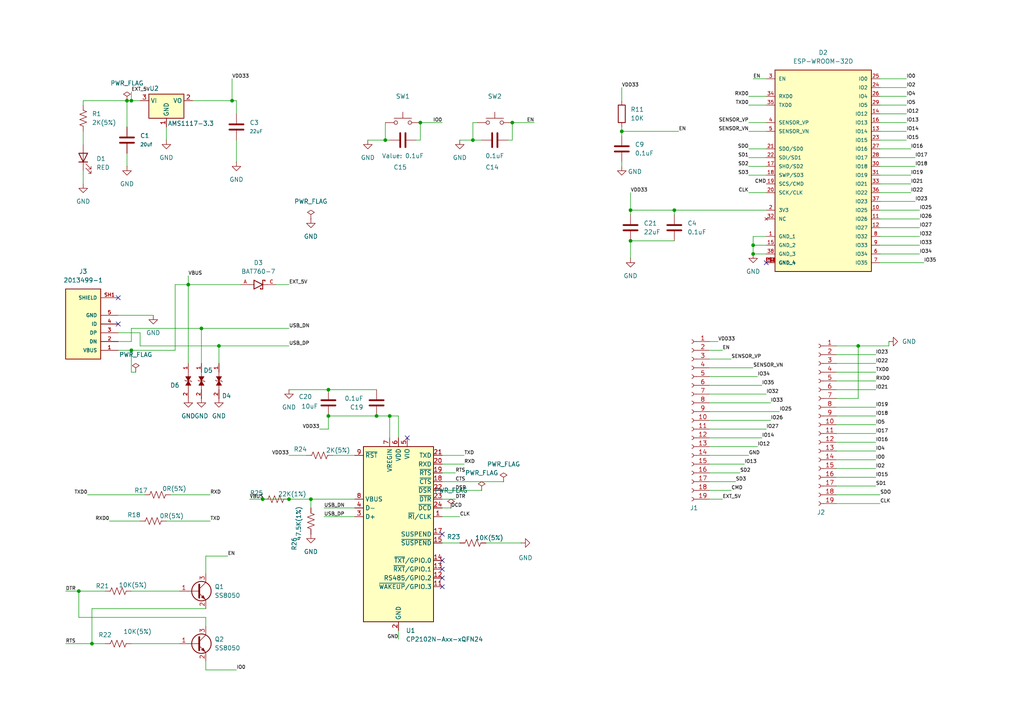
<source format=kicad_sch>
(kicad_sch (version 20250114) (generator "eeschema") (generator_version "9.0")
  (paper "A4")
  (title_block (title "ESP32") (date "2025-10-22"))
  (lib_symbols
    (symbol "2013499-1:2013499-1" (pin_names (offset 1.016))
      (property "Reference" "J" (at -5.0918 10.922 0))
      (property "Value" "2013499-1" (at -5.0834 -12.7045 0))
      (symbol "2013499-1_0_0"
        (pin power_in line (at -10.16 7.62 0) (length 5.08) (name "VBUS") (number "1"))
        (pin bidirectional line (at -10.16 5.08 0) (length 5.08) (name "DN") (number "2"))
        (pin bidirectional line (at -10.16 2.54 0) (length 5.08) (name "DP") (number "3"))
        (pin bidirectional line (at -10.16 0 0) (length 5.08) (name "ID") (number "4"))
        (pin power_in line (at -10.16 -2.54 0) (length 5.08) (name "GND") (number "5"))
        (pin passive line (at -10.16 -7.62 0) (length 5.08) (name "SHIELD") (number "SH1"))
        (pin passive line (at -10.16 -7.62 0) (length 5.08) (hide yes) (name "SHIELD") (number "SH2"))
        (pin passive line (at -10.16 -7.62 0) (length 5.08) (hide yes) (name "SHIELD") (number "SH3"))
        (pin passive line (at -10.16 -7.62 0) (length 5.08) (hide yes) (name "SHIELD") (number "SH4"))
        (pin passive line (at -10.16 -7.62 0) (length 5.08) (hide yes) (name "SHIELD") (number "SH5"))
        (pin passive line (at -10.16 -7.62 0) (length 5.08) (hide yes) (name "SHIELD") (number "SH6"))
      )
    )
    (symbol "BAT760-7:BAT760-7" (pin_names (offset 1.016))
      (property "Reference" "D" (at -5.08 2.54 0))
      (property "Value" "BAT760-7" (at -5.08 -3.81 0))
      (symbol "BAT760-7_0_0"
        (pin passive line (at -5.08 0 0) (length 2.54) (name "~") (number "A"))
        (pin passive line (at 5.08 0 180) (length 2.54) (name "~") (number "C"))
      )
    )
    (symbol "Connector:Conn_01x19_Socket" (pin_names (offset 1.016) (hide yes))
      (property "Reference" "J" (at 0 25.4 0))
      (property "Value" "Conn_01x19_Socket" (at 0 -25.4 0))
      (symbol "Conn_01x19_Socket_1_1"
        (pin passive line (at -5.08 22.86 0) (length 3.81) (name "Pin_1") (number "1"))
        (pin passive line (at -5.08 20.32 0) (length 3.81) (name "Pin_2") (number "2"))
        (pin passive line (at -5.08 17.78 0) (length 3.81) (name "Pin_3") (number "3"))
        (pin passive line (at -5.08 15.24 0) (length 3.81) (name "Pin_4") (number "4"))
        (pin passive line (at -5.08 12.7 0) (length 3.81) (name "Pin_5") (number "5"))
        (pin passive line (at -5.08 10.16 0) (length 3.81) (name "Pin_6") (number "6"))
        (pin passive line (at -5.08 7.62 0) (length 3.81) (name "Pin_7") (number "7"))
        (pin passive line (at -5.08 5.08 0) (length 3.81) (name "Pin_8") (number "8"))
        (pin passive line (at -5.08 2.54 0) (length 3.81) (name "Pin_9") (number "9"))
        (pin passive line (at -5.08 0 0) (length 3.81) (name "Pin_10") (number "10"))
        (pin passive line (at -5.08 -2.54 0) (length 3.81) (name "Pin_11") (number "11"))
        (pin passive line (at -5.08 -5.08 0) (length 3.81) (name "Pin_12") (number "12"))
        (pin passive line (at -5.08 -7.62 0) (length 3.81) (name "Pin_13") (number "13"))
        (pin passive line (at -5.08 -10.16 0) (length 3.81) (name "Pin_14") (number "14"))
        (pin passive line (at -5.08 -12.7 0) (length 3.81) (name "Pin_15") (number "15"))
        (pin passive line (at -5.08 -15.24 0) (length 3.81) (name "Pin_16") (number "16"))
        (pin passive line (at -5.08 -17.78 0) (length 3.81) (name "Pin_17") (number "17"))
        (pin passive line (at -5.08 -20.32 0) (length 3.81) (name "Pin_18") (number "18"))
        (pin passive line (at -5.08 -22.86 0) (length 3.81) (name "Pin_19") (number "19"))
      )
    )
    (symbol "Device:C" (pin_numbers (hide yes)) (pin_names (offset 0.254))
      (property "Reference" "C" (at 0.635 2.54 0))
      (property "Value" "C" (at 0.635 -2.54 0))
      (symbol "C_1_1"
        (pin passive line (at 0 3.81 270) (length 2.794) (name "~") (number "1"))
        (pin passive line (at 0 -3.81 90) (length 2.794) (name "~") (number "2"))
      )
    )
    (symbol "Device:LED" (pin_numbers (hide yes)) (pin_names (offset 1.016) (hide yes))
      (property "Reference" "D" (at 0 2.54 0))
      (property "Value" "LED" (at 0 -2.54 0))
      (symbol "LED_1_1"
        (pin passive line (at -3.81 0 0) (length 2.54) (name "K") (number "1"))
        (pin passive line (at 3.81 0 180) (length 2.54) (name "A") (number "2"))
      )
    )
    (symbol "Device:R" (pin_numbers (hide yes)) (pin_names (offset 0))
      (property "Reference" "R" (at 2.032 0 90))
      (property "Value" "R" (at 0 0 90))
      (symbol "R_1_1"
        (pin passive line (at 0 3.81 270) (length 1.27) (name "~") (number "1"))
        (pin passive line (at 0 -3.81 90) (length 1.27) (name "~") (number "2"))
      )
    )
    (symbol "Device:R_US" (pin_numbers (hide yes)) (pin_names (offset 0))
      (property "Reference" "R" (at 2.54 0 90))
      (property "Value" "R_US" (at -2.54 0 90))
      (symbol "R_US_1_1"
        (pin passive line (at 0 3.81 270) (length 1.27) (name "~") (number "1"))
        (pin passive line (at 0 -3.81 90) (length 1.27) (name "~") (number "2"))
      )
    )
    (symbol "ESP-WROOM-32D:ESP-WROOM-32D" (pin_names (offset 1.016))
      (property "Reference" "IC" (at -15.24 34.29 0))
      (property "Value" "ESP-WROOM-32D" (at -15.24 -26.924 0))
      (symbol "ESP-WROOM-32D_0_0"
        (pin bidirectional line (at -17.78 30.48 0) (length 2.54) (name "EN") (number "3"))
        (pin bidirectional line (at -17.78 25.4 0) (length 2.54) (name "RXD0") (number "34"))
        (pin bidirectional line (at -17.78 22.86 0) (length 2.54) (name "TXD0") (number "35"))
        (pin bidirectional line (at -17.78 17.78 0) (length 2.54) (name "SENSOR_VP") (number "4"))
        (pin bidirectional line (at -17.78 15.24 0) (length 2.54) (name "SENSOR_VN") (number "5"))
        (pin bidirectional line (at -17.78 10.16 0) (length 2.54) (name "SDO/SD0") (number "21"))
        (pin bidirectional line (at -17.78 7.62 0) (length 2.54) (name "SDI/SD1") (number "22"))
        (pin bidirectional line (at -17.78 5.08 0) (length 2.54) (name "SHD/SD2") (number "17"))
        (pin bidirectional line (at -17.78 2.54 0) (length 2.54) (name "SWP/SD3") (number "18"))
        (pin bidirectional line (at -17.78 0 0) (length 2.54) (name "SCS/CMD") (number "19"))
        (pin bidirectional line (at -17.78 -2.54 0) (length 2.54) (name "SCK/CLK") (number "20"))
        (pin bidirectional line (at -17.78 -7.62 0) (length 2.54) (name "3V3") (number "2"))
        (pin no_connect line (at -17.78 -10.16 0) (length 2.54) (name "NC") (number "32"))
        (pin bidirectional line (at -17.78 -15.24 0) (length 2.54) (name "GND_1") (number "1"))
        (pin bidirectional line (at -17.78 -17.78 0) (length 2.54) (name "GND_2") (number "15"))
        (pin bidirectional line (at -17.78 -20.32 0) (length 2.54) (name "GND_3") (number "38"))
        (pin bidirectional line (at -17.78 -22.86 0) (length 2.54) (name "GND_4") (number "39"))
        (pin bidirectional line (at -17.78 -22.86 0) (length 2.54) (name "GND_4") (number "P$1"))
        (pin bidirectional line (at -17.78 -22.86 0) (length 2.54) (name "GND_4") (number "P$2"))
        (pin bidirectional line (at -17.78 -22.86 0) (length 2.54) (name "GND_4") (number "P$3"))
        (pin bidirectional line (at -17.78 -22.86 0) (length 2.54) (name "GND_4") (number "P$4"))
        (pin bidirectional line (at -17.78 -22.86 0) (length 2.54) (name "GND_4") (number "P$5"))
        (pin bidirectional line (at 15.24 30.48 180) (length 2.54) (name "IO0") (number "25"))
        (pin bidirectional line (at 15.24 27.94 180) (length 2.54) (name "IO2") (number "24"))
        (pin bidirectional line (at 15.24 25.4 180) (length 2.54) (name "IO4") (number "26"))
        (pin bidirectional line (at 15.24 22.86 180) (length 2.54) (name "IO5") (number "29"))
        (pin bidirectional line (at 15.24 20.32 180) (length 2.54) (name "IO12") (number "14"))
        (pin bidirectional line (at 15.24 17.78 180) (length 2.54) (name "IO13") (number "16"))
        (pin bidirectional line (at 15.24 15.24 180) (length 2.54) (name "IO14") (number "13"))
        (pin bidirectional line (at 15.24 12.7 180) (length 2.54) (name "IO15") (number "23"))
        (pin bidirectional line (at 15.24 10.16 180) (length 2.54) (name "IO16") (number "27"))
        (pin bidirectional line (at 15.24 7.62 180) (length 2.54) (name "IO17") (number "28"))
        (pin bidirectional line (at 15.24 5.08 180) (length 2.54) (name "IO18") (number "30"))
        (pin bidirectional line (at 15.24 2.54 180) (length 2.54) (name "IO19") (number "31"))
        (pin bidirectional line (at 15.24 0 180) (length 2.54) (name "IO21") (number "33"))
        (pin bidirectional line (at 15.24 -2.54 180) (length 2.54) (name "IO22") (number "36"))
        (pin bidirectional line (at 15.24 -5.08 180) (length 2.54) (name "IO23") (number "37"))
        (pin bidirectional line (at 15.24 -7.62 180) (length 2.54) (name "IO25") (number "10"))
        (pin bidirectional line (at 15.24 -10.16 180) (length 2.54) (name "IO26") (number "11"))
        (pin bidirectional line (at 15.24 -12.7 180) (length 2.54) (name "IO27") (number "12"))
        (pin bidirectional line (at 15.24 -15.24 180) (length 2.54) (name "IO32") (number "8"))
        (pin bidirectional line (at 15.24 -17.78 180) (length 2.54) (name "IO33") (number "9"))
        (pin bidirectional line (at 15.24 -20.32 180) (length 2.54) (name "IO34") (number "6"))
        (pin bidirectional line (at 15.24 -22.86 180) (length 2.54) (name "IO35") (number "7"))
      )
    )
    (symbol "Interface_USB:CP2102N-Axx-xQFN24"
      (property "Reference" "U" (at -8.89 26.67 0))
      (property "Value" "CP2102N-Axx-xQFN24" (at 13.97 26.67 0))
      (symbol "CP2102N-Axx-xQFN24_1_1"
        (pin input line (at -12.7 22.86 0) (length 2.54) (name "~{RST}") (number "9"))
        (pin input line (at -12.7 10.16 0) (length 2.54) (name "VBUS") (number "8"))
        (pin bidirectional line (at -12.7 7.62 0) (length 2.54) (name "D-") (number "4"))
        (pin bidirectional line (at -12.7 5.08 0) (length 2.54) (name "D+") (number "3"))
        (pin no_connect line (at -10.16 -22.86 0) (length 2.54) (hide yes) (name "NC") (number "10"))
        (pin power_in line (at -2.54 27.94 270) (length 2.54) (name "VREGIN") (number "7"))
        (pin power_in line (at 0 27.94 270) (length 2.54) (name "VDD") (number "6"))
        (pin power_in line (at 0 -27.94 90) (length 2.54) (name "GND") (number "2"))
        (pin passive line (at 0 -27.94 90) (length 2.54) (hide yes) (name "GND") (number "25"))
        (pin power_in line (at 2.54 27.94 270) (length 2.54) (name "VIO") (number "5"))
        (pin no_connect line (at 10.16 -22.86 180) (length 2.54) (hide yes) (name "NC") (number "16"))
        (pin output line (at 12.7 22.86 180) (length 2.54) (name "TXD") (number "21"))
        (pin input line (at 12.7 20.32 180) (length 2.54) (name "RXD") (number "20"))
        (pin output line (at 12.7 17.78 180) (length 2.54) (name "~{RTS}") (number "19"))
        (pin input line (at 12.7 15.24 180) (length 2.54) (name "~{CTS}") (number "18"))
        (pin input line (at 12.7 12.7 180) (length 2.54) (name "~{DSR}") (number "22"))
        (pin output line (at 12.7 10.16 180) (length 2.54) (name "~{DTR}") (number "23"))
        (pin input line (at 12.7 7.62 180) (length 2.54) (name "~{DCD}") (number "24"))
        (pin bidirectional line (at 12.7 5.08 180) (length 2.54) (name "~{RI}/CLK") (number "1"))
        (pin output line (at 12.7 0 180) (length 2.54) (name "SUSPEND") (number "17"))
        (pin output line (at 12.7 -2.54 180) (length 2.54) (name "~{SUSPEND}") (number "15"))
        (pin bidirectional line (at 12.7 -7.62 180) (length 2.54) (name "~{TXT}/GPIO.0") (number "14"))
        (pin bidirectional line (at 12.7 -10.16 180) (length 2.54) (name "~{RXT}/GPIO.1") (number "13"))
        (pin bidirectional line (at 12.7 -12.7 180) (length 2.54) (name "RS485/GPIO.2") (number "12"))
        (pin bidirectional line (at 12.7 -15.24 180) (length 2.54) (name "~{WAKEUP}/GPIO.3") (number "11"))
      )
    )
    (symbol "LESD5D5.0CT1G:LESD5D5.0CT1G" (pin_names (offset 1.016))
      (property "Reference" "D" (at -5.08 2.54 0))
      (property "Value" "LESD5D5.0CT1G" (at -5.08 -5.08 0))
      (symbol "LESD5D5.0CT1G_0_0"
        (pin passive line (at -5.08 0 0) (length 2.54) (name "~") (number "1"))
        (pin passive line (at 5.08 0 180) (length 2.54) (name "~") (number "2"))
      )
    )
    (symbol "Regulator_Linear:AMS1117-3.3"
      (property "Reference" "U" (at -3.81 3.175 0))
      (property "Value" "AMS1117-3.3" (at 0 3.175 0))
      (symbol "AMS1117-3.3_1_1"
        (pin power_in line (at -7.62 0 0) (length 2.54) (name "VI") (number "3"))
        (pin power_in line (at 0 -7.62 90) (length 2.54) (name "GND") (number "1"))
        (pin power_out line (at 7.62 0 180) (length 2.54) (name "VO") (number "2"))
      )
    )
    (symbol "Switch:SW_Push" (pin_numbers (hide yes)) (pin_names (offset 1.016) (hide yes))
      (property "Reference" "SW" (at 1.27 2.54 0))
      (property "Value" "SW_Push" (at 0 -1.524 0))
      (symbol "SW_Push_0_1"
        (pin passive line (at -5.08 0 0) (length 2.54) (name "1") (number "1"))
        (pin passive line (at 5.08 0 180) (length 2.54) (name "2") (number "2"))
      )
    )
    (symbol "Transistor_BJT:SS8050" (pin_names (offset 0) (hide yes))
      (property "Reference" "Q" (at 5.08 1.905 0))
      (property "Value" "SS8050" (at 5.08 0 0))
      (symbol "SS8050_1_1"
        (pin input line (at -5.08 0 0) (length 2.54) (name "B") (number "1"))
        (pin passive line (at 2.54 5.08 270) (length 2.54) (name "C") (number "3"))
        (pin passive line (at 2.54 -5.08 90) (length 2.54) (name "E") (number "2"))
      )
    )
    (symbol "power:GND" (power) (pin_numbers (hide yes)) (pin_names (offset 0) (hide yes))
      (property "Value" "GND" (at 0 -3.81 0))
      (symbol "GND_1_1"
        (pin power_in line (at 0 0 270) (length 0) (name "~") (number "1"))
      )
    )
    (symbol "power:PWR_FLAG" (power) (pin_numbers (hide yes)) (pin_names (offset 0) (hide yes))
      (property "Value" "PWR_FLAG" (at 0 3.81 0))
      (symbol "PWR_FLAG_0_0"
        (pin power_out line (at 0 0 90) (length 0) (name "~") (number "1"))
      )
    )
  )
  (junction (at 121.92 35.56))
  (junction (at 195.58 60.96))
  (junction (at 95.25 120.65))
  (junction (at 54.61 82.55))
  (junction (at 38.1 101.6))
  (junction (at 218.44 73.66))
  (junction (at 76.2 144.78))
  (junction (at 90.17 144.78))
  (junction (at 111.76 40.64))
  (junction (at 218.44 71.12))
  (junction (at 113.03 120.65))
  (junction (at 38.1 29.21))
  (junction (at 36.83 29.21))
  (junction (at 63.5 100.33))
  (junction (at 109.22 120.65))
  (junction (at 180.34 38.1))
  (junction (at 148.59 35.56))
  (junction (at 182.88 69.85))
  (junction (at 182.88 60.96))
  (junction (at 95.25 113.03))
  (junction (at 22.86 171.45))
  (junction (at 137.16 40.64))
  (junction (at 26.67 186.69))
  (junction (at 83.82 144.78))
  (junction (at 67.31 29.21))
  (junction (at 248.92 100.33))
  (junction (at 58.42 95.25))
  (no_connect (at 128.27 165.1))
  (no_connect (at 128.27 162.56))
  (no_connect (at 128.27 154.94))
  (no_connect (at 128.27 167.64))
  (no_connect (at 118.11 127))
  (no_connect (at 34.29 86.36))
  (no_connect (at 128.27 170.18))
  (no_connect (at 222.25 76.2))
  (no_connect (at 34.29 93.98))
  (wire (pts (xy 242.57 138.43) (xy 254 138.43)))
  (wire (pts (xy 128.27 142.24) (xy 139.7 142.24)))
  (wire (pts (xy 40.64 100.33) (xy 63.5 100.33)))
  (wire (pts (xy 133.35 40.64) (xy 137.16 40.64)))
  (wire (pts (xy 128.27 157.48) (xy 133.35 157.48)))
  (wire (pts (xy 218.44 71.12) (xy 218.44 68.58)))
  (wire (pts (xy 59.69 176.53) (xy 26.67 176.53)))
  (wire (pts (xy 22.86 171.45) (xy 30.48 171.45)))
  (wire (pts (xy 36.83 36.83) (xy 36.83 29.21)))
  (wire (pts (xy 24.13 38.1) (xy 24.13 41.91)))
  (wire (pts (xy 182.88 55.88) (xy 182.88 60.96)))
  (wire (pts (xy 180.34 38.1) (xy 196.85 38.1)))
  (wire (pts (xy 115.57 127) (xy 115.57 120.65)))
  (wire (pts (xy 24.13 49.53) (xy 24.13 53.34)))
  (wire (pts (xy 205.74 106.68) (xy 218.44 106.68)))
  (wire (pts (xy 182.88 69.85) (xy 195.58 69.85)))
  (wire (pts (xy 26.67 176.53) (xy 26.67 186.69)))
  (wire (pts (xy 63.5 100.33) (xy 83.82 100.33)))
  (wire (pts (xy 222.25 73.66) (xy 218.44 73.66)))
  (wire (pts (xy 34.29 96.52) (xy 40.64 96.52)))
  (wire (pts (xy 182.88 69.85) (xy 182.88 74.93)))
  (wire (pts (xy 95.25 120.65) (xy 109.22 120.65)))
  (wire (pts (xy 50.8 82.55) (xy 54.61 82.55)))
  (wire (pts (xy 205.74 144.78) (xy 209.55 144.78)))
  (wire (pts (xy 19.05 171.45) (xy 22.86 171.45)))
  (wire (pts (xy 36.83 29.21) (xy 38.1 29.21)))
  (wire (pts (xy 205.74 137.16) (xy 214.63 137.16)))
  (wire (pts (xy 248.92 100.33) (xy 257.81 100.33)))
  (wire (pts (xy 255.27 66.04) (xy 266.7 66.04)))
  (wire (pts (xy 205.74 127) (xy 220.98 127)))
  (wire (pts (xy 121.92 35.56) (xy 121.92 40.64)))
  (wire (pts (xy 128.27 147.32) (xy 130.81 147.32)))
  (wire (pts (xy 111.76 40.64) (xy 113.03 40.64)))
  (wire (pts (xy 59.69 166.37) (xy 59.69 161.29)))
  (wire (pts (xy 217.17 50.8) (xy 222.25 50.8)))
  (wire (pts (xy 182.88 60.96) (xy 182.88 62.23)))
  (wire (pts (xy 36.83 44.45) (xy 36.83 48.26)))
  (wire (pts (xy 34.29 91.44) (xy 44.45 91.44)))
  (wire (pts (xy 255.27 35.56) (xy 262.89 35.56)))
  (wire (pts (xy 255.27 25.4) (xy 262.89 25.4)))
  (wire (pts (xy 19.05 186.69) (xy 26.67 186.69)))
  (wire (pts (xy 121.92 40.64) (xy 120.65 40.64)))
  (wire (pts (xy 242.57 143.51) (xy 255.27 143.51)))
  (wire (pts (xy 54.61 80.01) (xy 54.61 82.55)))
  (wire (pts (xy 242.57 128.27) (xy 254 128.27)))
  (wire (pts (xy 58.42 105.41) (xy 58.42 95.25)))
  (wire (pts (xy 148.59 35.56) (xy 154.94 35.56)))
  (wire (pts (xy 218.44 22.86) (xy 222.25 22.86)))
  (wire (pts (xy 242.57 105.41) (xy 254 105.41)))
  (wire (pts (xy 255.27 60.96) (xy 266.7 60.96)))
  (wire (pts (xy 113.03 120.65) (xy 109.22 120.65)))
  (wire (pts (xy 90.17 144.78) (xy 90.17 147.32)))
  (wire (pts (xy 151.13 157.48) (xy 140.97 157.48)))
  (wire (pts (xy 121.92 35.56) (xy 128.27 35.56)))
  (wire (pts (xy 242.57 135.89) (xy 254 135.89)))
  (wire (pts (xy 242.57 133.35) (xy 254 133.35)))
  (wire (pts (xy 63.5 100.33) (xy 63.5 105.41)))
  (wire (pts (xy 24.13 30.48) (xy 24.13 29.21)))
  (wire (pts (xy 31.75 151.13) (xy 40.64 151.13)))
  (wire (pts (xy 111.76 35.56) (xy 111.76 40.64)))
  (wire (pts (xy 255.27 48.26) (xy 265.43 48.26)))
  (wire (pts (xy 242.57 125.73) (xy 254 125.73)))
  (wire (pts (xy 248.92 100.33) (xy 248.92 115.57)))
  (wire (pts (xy 83.82 144.78) (xy 76.2 144.78)))
  (wire (pts (xy 195.58 60.96) (xy 195.58 62.23)))
  (wire (pts (xy 255.27 50.8) (xy 264.16 50.8)))
  (wire (pts (xy 205.74 119.38) (xy 226.06 119.38)))
  (wire (pts (xy 48.26 151.13) (xy 60.96 151.13)))
  (wire (pts (xy 255.27 27.94) (xy 262.89 27.94)))
  (wire (pts (xy 115.57 182.88) (xy 115.57 185.42)))
  (wire (pts (xy 59.69 181.61) (xy 59.69 179.07)))
  (wire (pts (xy 217.17 48.26) (xy 222.25 48.26)))
  (wire (pts (xy 128.27 132.08) (xy 134.62 132.08)))
  (wire (pts (xy 83.82 144.78) (xy 90.17 144.78)))
  (wire (pts (xy 68.58 29.21) (xy 68.58 33.02)))
  (wire (pts (xy 255.27 45.72) (xy 265.43 45.72)))
  (wire (pts (xy 255.27 22.86) (xy 262.89 22.86)))
  (wire (pts (xy 242.57 107.95) (xy 254 107.95)))
  (wire (pts (xy 54.61 82.55) (xy 54.61 105.41)))
  (wire (pts (xy 95.25 124.46) (xy 95.25 120.65)))
  (wire (pts (xy 137.16 35.56) (xy 138.43 35.56)))
  (wire (pts (xy 67.31 29.21) (xy 68.58 29.21)))
  (wire (pts (xy 54.61 82.55) (xy 69.85 82.55)))
  (wire (pts (xy 115.57 120.65) (xy 113.03 120.65)))
  (wire (pts (xy 242.57 100.33) (xy 248.92 100.33)))
  (wire (pts (xy 205.74 129.54) (xy 219.71 129.54)))
  (wire (pts (xy 58.42 95.25) (xy 83.82 95.25)))
  (wire (pts (xy 242.57 115.57) (xy 248.92 115.57)))
  (wire (pts (xy 205.74 111.76) (xy 220.98 111.76)))
  (wire (pts (xy 92.71 124.46) (xy 95.25 124.46)))
  (wire (pts (xy 25.4 143.51) (xy 41.91 143.51)))
  (wire (pts (xy 255.27 55.88) (xy 264.16 55.88)))
  (wire (pts (xy 49.53 143.51) (xy 60.96 143.51)))
  (wire (pts (xy 148.59 40.64) (xy 148.59 35.56)))
  (wire (pts (xy 137.16 40.64) (xy 137.16 35.56)))
  (wire (pts (xy 67.31 22.86) (xy 67.31 29.21)))
  (wire (pts (xy 148.59 40.64) (xy 147.32 40.64)))
  (wire (pts (xy 255.27 73.66) (xy 266.7 73.66)))
  (wire (pts (xy 205.74 124.46) (xy 222.25 124.46)))
  (wire (pts (xy 22.86 179.07) (xy 22.86 171.45)))
  (wire (pts (xy 83.82 113.03) (xy 95.25 113.03)))
  (wire (pts (xy 255.27 40.64) (xy 262.89 40.64)))
  (wire (pts (xy 180.34 36.83) (xy 180.34 38.1)))
  (wire (pts (xy 39.37 107.95) (xy 38.1 107.95)))
  (wire (pts (xy 38.1 107.95) (xy 38.1 101.6)))
  (wire (pts (xy 205.74 139.7) (xy 213.36 139.7)))
  (wire (pts (xy 59.69 179.07) (xy 22.86 179.07)))
  (wire (pts (xy 93.98 149.86) (xy 102.87 149.86)))
  (wire (pts (xy 128.27 144.78) (xy 132.08 144.78)))
  (wire (pts (xy 38.1 186.69) (xy 52.07 186.69)))
  (wire (pts (xy 205.74 109.22) (xy 219.71 109.22)))
  (wire (pts (xy 128.27 139.7) (xy 146.05 139.7)))
  (wire (pts (xy 217.17 45.72) (xy 222.25 45.72)))
  (wire (pts (xy 38.1 95.25) (xy 58.42 95.25)))
  (wire (pts (xy 218.44 68.58) (xy 222.25 68.58)))
  (wire (pts (xy 217.17 27.94) (xy 222.25 27.94)))
  (wire (pts (xy 38.1 171.45) (xy 52.07 171.45)))
  (wire (pts (xy 242.57 113.03) (xy 254 113.03)))
  (wire (pts (xy 38.1 99.06) (xy 38.1 95.25)))
  (wire (pts (xy 255.27 68.58) (xy 266.7 68.58)))
  (wire (pts (xy 205.74 142.24) (xy 212.09 142.24)))
  (wire (pts (xy 59.69 191.77) (xy 59.69 194.31)))
  (wire (pts (xy 34.29 101.6) (xy 38.1 101.6)))
  (wire (pts (xy 38.1 26.67) (xy 38.1 29.21)))
  (wire (pts (xy 217.17 43.18) (xy 222.25 43.18)))
  (wire (pts (xy 137.16 40.64) (xy 139.7 40.64)))
  (wire (pts (xy 255.27 53.34) (xy 264.16 53.34)))
  (wire (pts (xy 242.57 102.87) (xy 254 102.87)))
  (wire (pts (xy 217.17 30.48) (xy 222.25 30.48)))
  (wire (pts (xy 133.35 149.86) (xy 128.27 149.86)))
  (wire (pts (xy 83.82 132.08) (xy 88.9 132.08)))
  (wire (pts (xy 40.64 96.52) (xy 40.64 100.33)))
  (wire (pts (xy 242.57 123.19) (xy 254 123.19)))
  (wire (pts (xy 205.74 121.92) (xy 223.52 121.92)))
  (wire (pts (xy 242.57 146.05) (xy 255.27 146.05)))
  (wire (pts (xy 93.98 147.32) (xy 102.87 147.32)))
  (wire (pts (xy 242.57 130.81) (xy 254 130.81)))
  (wire (pts (xy 128.27 137.16) (xy 132.08 137.16)))
  (wire (pts (xy 195.58 60.96) (xy 222.25 60.96)))
  (wire (pts (xy 80.01 82.55) (xy 83.82 82.55)))
  (wire (pts (xy 106.68 40.64) (xy 111.76 40.64)))
  (wire (pts (xy 205.74 104.14) (xy 212.09 104.14)))
  (wire (pts (xy 217.17 35.56) (xy 222.25 35.56)))
  (wire (pts (xy 76.2 144.78) (xy 72.39 144.78)))
  (wire (pts (xy 180.34 38.1) (xy 180.34 39.37)))
  (wire (pts (xy 242.57 118.11) (xy 254 118.11)))
  (wire (pts (xy 26.67 186.69) (xy 30.48 186.69)))
  (wire (pts (xy 68.58 46.99) (xy 68.58 40.64)))
  (wire (pts (xy 34.29 99.06) (xy 38.1 99.06)))
  (wire (pts (xy 255.27 58.42) (xy 265.43 58.42)))
  (wire (pts (xy 50.8 101.6) (xy 50.8 82.55)))
  (wire (pts (xy 59.69 194.31) (xy 68.58 194.31)))
  (wire (pts (xy 218.44 73.66) (xy 218.44 71.12)))
  (wire (pts (xy 205.74 134.62) (xy 215.9 134.62)))
  (wire (pts (xy 113.03 120.65) (xy 113.03 127)))
  (wire (pts (xy 24.13 29.21) (xy 36.83 29.21)))
  (wire (pts (xy 217.17 38.1) (xy 222.25 38.1)))
  (wire (pts (xy 242.57 110.49) (xy 254 110.49)))
  (wire (pts (xy 255.27 63.5) (xy 266.7 63.5)))
  (wire (pts (xy 242.57 140.97) (xy 254 140.97)))
  (wire (pts (xy 255.27 43.18) (xy 264.16 43.18)))
  (wire (pts (xy 205.74 114.3) (xy 222.25 114.3)))
  (wire (pts (xy 242.57 120.65) (xy 254 120.65)))
  (wire (pts (xy 255.27 38.1) (xy 262.89 38.1)))
  (wire (pts (xy 96.52 132.08) (xy 102.87 132.08)))
  (wire (pts (xy 255.27 71.12) (xy 266.7 71.12)))
  (wire (pts (xy 222.25 71.12) (xy 218.44 71.12)))
  (wire (pts (xy 59.69 161.29) (xy 66.04 161.29)))
  (wire (pts (xy 255.27 33.02) (xy 262.89 33.02)))
  (wire (pts (xy 128.27 134.62) (xy 134.62 134.62)))
  (wire (pts (xy 38.1 101.6) (xy 50.8 101.6)))
  (wire (pts (xy 255.27 76.2) (xy 267.97 76.2)))
  (wire (pts (xy 255.27 30.48) (xy 262.89 30.48)))
  (wire (pts (xy 48.26 36.83) (xy 48.26 40.64)))
  (wire (pts (xy 257.81 100.33) (xy 257.81 99.06)))
  (wire (pts (xy 90.17 144.78) (xy 102.87 144.78)))
  (wire (pts (xy 205.74 99.06) (xy 208.28 99.06)))
  (wire (pts (xy 180.34 25.4) (xy 180.34 29.21)))
  (wire (pts (xy 55.88 29.21) (xy 67.31 29.21)))
  (wire (pts (xy 205.74 101.6) (xy 209.55 101.6)))
  (wire (pts (xy 217.17 55.88) (xy 222.25 55.88)))
  (wire (pts (xy 180.34 46.99) (xy 180.34 48.26)))
  (wire (pts (xy 38.1 29.21) (xy 40.64 29.21)))
  (wire (pts (xy 205.74 116.84) (xy 223.52 116.84)))
  (wire (pts (xy 182.88 60.96) (xy 195.58 60.96)))
  (wire (pts (xy 205.74 132.08) (xy 217.17 132.08)))
  (wire (pts (xy 95.25 113.03) (xy 109.22 113.03)))
  (label "IO18" (at 265.43 48.26 0) (effects (font (size 1 1))))
  (label "IO27" (at 222.25 124.46 0) (effects (font (size 1 1))))
  (label "CLK" (at 133.35 149.86 0) (effects (font (size 1 1))))
  (label "IO32" (at 266.7 68.58 0) (effects (font (size 1 1))))
  (label "CMD" (at 222.25 53.34 180) (effects (font (size 1 1))))
  (label "SENSOR_VP" (at 212.09 104.14 0) (effects (font (size 1 1))))
  (label "EN" (at 196.85 38.1 0) (effects (font (size 1 1))))
  (label "CLK" (at 217.17 55.88 180) (effects (font (size 1 1))))
  (label "VDD33" (at 92.71 124.46 180) (effects (font (size 1 1))))
  (label "VDD33" (at 180.34 25.4 0) (effects (font (size 1 1))))
  (label "IO33" (at 223.52 116.84 0) (effects (font (size 1 1))))
  (label "IO2" (at 262.89 25.4 0) (effects (font (size 1 1))))
  (label "IO13" (at 262.89 35.56 0) (effects (font (size 1 1))))
  (label "CLK" (at 255.27 146.05 0) (effects (font (size 1 1))))
  (label "RXD0" (at 217.17 27.94 180) (effects (font (size 1 1))))
  (label "IO35" (at 267.97 76.2 0) (effects (font (size 1 1))))
  (label "IO22" (at 264.16 55.88 0) (effects (font (size 1 1))))
  (label "DCD" (at 130.81 147.32 0) (effects (font (size 1 1))))
  (label "DSR" (at 132.08 142.24 0) (effects (font (size 1 1))))
  (label "IO22" (at 254 105.41 0) (effects (font (size 1 1))))
  (label "IO0" (at 68.58 194.31 0) (effects (font (size 1 1))))
  (label "EN" (at 66.04 161.29 0) (effects (font (size 1 1))))
  (label "EN" (at 218.44 22.86 0) (effects (font (size 1 1))))
  (label "RTS" (at 132.08 137.16 0) (effects (font (size 1 1))))
  (label "IO15" (at 254 138.43 0) (effects (font (size 1 1))))
  (label "IO0" (at 254 133.35 0) (effects (font (size 1 1))))
  (label "TXD0" (at 254 107.95 0) (effects (font (size 1 1))))
  (label "USB_DP" (at 93.98 149.86 0) (effects (font (size 1 1))))
  (label "IO17" (at 265.43 45.72 0) (effects (font (size 1 1))))
  (label "SD2" (at 217.17 48.26 180) (effects (font (size 1 1))))
  (label "TXD" (at 134.62 132.08 0) (effects (font (size 1 1))))
  (label "VDD33" (at 83.82 132.08 180) (effects (font (size 1 1))))
  (label "IO0" (at 128.27 35.56 180) (effects (font (size 1 1))))
  (label "DTR" (at 132.08 144.78 0) (effects (font (size 1 1))))
  (label "SENSOR_VN" (at 217.17 38.1 180) (effects (font (size 1 1))))
  (label "CTS" (at 132.08 139.7 0) (effects (font (size 1 1))))
  (label "SD1" (at 254 140.97 0) (effects (font (size 1 1))))
  (label "CMD" (at 212.09 142.24 0) (effects (font (size 1 1))))
  (label "EN" (at 209.55 101.6 0) (effects (font (size 1 1))))
  (label "IO12" (at 262.89 33.02 0) (effects (font (size 1 1))))
  (label "EXT_5V" (at 38.1 26.67 0) (effects (font (size 1 1))))
  (label "IO23" (at 254 102.87 0) (effects (font (size 1 1))))
  (label "IO26" (at 266.7 63.5 0) (effects (font (size 1 1))))
  (label "IO25" (at 266.7 60.96 0) (effects (font (size 1 1))))
  (label "VDD33" (at 182.88 55.88 0) (effects (font (size 1 1))))
  (label "IO27" (at 266.7 66.04 0) (effects (font (size 1 1))))
  (label "TXD" (at 60.96 151.13 0) (effects (font (size 1 1))))
  (label "IO26" (at 223.52 121.92 0) (effects (font (size 1 1))))
  (label "SD2" (at 214.63 137.16 0) (effects (font (size 1 1))))
  (label "IO12" (at 219.71 129.54 0) (effects (font (size 1 1))))
  (label "GND" (at 217.17 132.08 0) (effects (font (size 1 1))))
  (label "SD3" (at 217.17 50.8 180) (effects (font (size 1 1))))
  (label "DTR" (at 19.05 171.45 0) (effects (font (size 1 1))))
  (label "SDO" (at 217.17 43.18 180) (effects (font (size 1 1))))
  (label "IO2" (at 254 135.89 0) (effects (font (size 1 1))))
  (label "RTS" (at 19.05 186.69 0) (effects (font (size 1 1))))
  (label "IO14" (at 220.98 127 0) (effects (font (size 1 1))))
  (label "IO18" (at 254 120.65 0) (effects (font (size 1 1))))
  (label "USB_DP" (at 83.82 100.33 0) (effects (font (size 1 1))))
  (label "IO19" (at 264.16 50.8 0) (effects (font (size 1 1))))
  (label "SDO" (at 255.27 143.51 0) (effects (font (size 1 1))))
  (label "VBUS" (at 72.39 144.78 0) (effects (font (size 1 1))))
  (label "SD3" (at 213.36 139.7 0) (effects (font (size 1 1))))
  (label "TXD0" (at 25.4 143.51 180) (effects (font (size 1 1))))
  (label "GND" (at 115.57 185.42 180) (effects (font (size 1 1))))
  (label "EXT_5V" (at 209.55 144.78 0) (effects (font (size 1 1))))
  (label "RXD" (at 60.96 143.51 0) (effects (font (size 1 1))))
  (label "USB_DN" (at 93.98 147.32 0) (effects (font (size 1 1))))
  (label "VDD33" (at 67.31 22.86 0) (effects (font (size 1 1))))
  (label "IO17" (at 254 125.73 0) (effects (font (size 1 1))))
  (label "IO23" (at 265.43 58.42 0) (effects (font (size 1 1))))
  (label "IO0" (at 262.89 22.86 0) (effects (font (size 1 1))))
  (label "IO32" (at 222.25 114.3 0) (effects (font (size 1 1))))
  (label "TXD0" (at 217.17 30.48 180) (effects (font (size 1 1))))
  (label "IO33" (at 266.7 71.12 0) (effects (font (size 1 1))))
  (label "IO14" (at 262.89 38.1 0) (effects (font (size 1 1))))
  (label "IO5" (at 254 123.19 0) (effects (font (size 1 1))))
  (label "IO21" (at 254 113.03 0) (effects (font (size 1 1))))
  (label "IO15" (at 262.89 40.64 0) (effects (font (size 1 1))))
  (label "EN" (at 154.94 35.56 180) (effects (font (size 1 1))))
  (label "IO34" (at 219.71 109.22 0) (effects (font (size 1 1))))
  (label "SD1" (at 217.17 45.72 180) (effects (font (size 1 1))))
  (label "IO5" (at 262.89 30.48 0) (effects (font (size 1 1))))
  (label "RXD0" (at 254 110.49 0) (effects (font (size 1 1))))
  (label "VBUS" (at 54.61 80.01 0) (effects (font (size 1 1))))
  (label "IO35" (at 220.98 111.76 0) (effects (font (size 1 1))))
  (label "IO16" (at 254 128.27 0) (effects (font (size 1 1))))
  (label "USB_DN" (at 83.82 95.25 0) (effects (font (size 1 1))))
  (label "IO13" (at 215.9 134.62 0) (effects (font (size 1 1))))
  (label "IO25" (at 226.06 119.38 0) (effects (font (size 1 1))))
  (label "IO21" (at 264.16 53.34 0) (effects (font (size 1 1))))
  (label "VDD33" (at 208.28 99.06 0) (effects (font (size 1 1))))
  (label "EXT_5V" (at 83.82 82.55 0) (effects (font (size 1 1))))
  (label "IO19" (at 254 118.11 0) (effects (font (size 1 1))))
  (label "IO4" (at 262.89 27.94 0) (effects (font (size 1 1))))
  (label "IO16" (at 264.16 43.18 0) (effects (font (size 1 1))))
  (label "IO4" (at 254 130.81 0) (effects (font (size 1 1))))
  (label "RXD0" (at 31.75 151.13 180) (effects (font (size 1 1))))
  (label "IO34" (at 266.7 73.66 0) (effects (font (size 1 1))))
  (label "SENSOR_VP" (at 217.17 35.56 180) (effects (font (size 1 1))))
  (label "SENSOR_VN" (at 218.44 106.68 0) (effects (font (size 1 1))))
  (label "RXD" (at 134.62 134.62 0) (effects (font (size 1 1))))
  (symbol (lib_id "Device:R_US") (at 80.01 144.78 90) (unit 1)
    (property "Reference" "R25" (at 74.422 143.002 90))
    (property "Value" "22K(1%)" (at 88.891 143.2891 90) (effects (justify left)))
    (property "Footprint" "Resistor_SMD:R_01005_0402Metric" (effects (hide yes)))
    (property "Description" "Resistor, US symbol" (effects (hide yes)))
  )
  (symbol (lib_id "power:GND") (at 133.35 40.64 0) (unit 1)
    (property "Reference" "#PWR015" (effects (hide yes)))
    (property "Value" "GND" (at 133.35 45.72 0))
    (property "Description" "Power symbol creates a global label with name \"GND\" , ground" (effects (hide yes)))
  )
  (symbol (lib_id "Device:R_US") (at 34.29 186.69 90) (unit 1)
    (property "Reference" "R22" (at 30.48 184.15 90))
    (property "Value" "10K(5%)" (at 44.0214 183.1782 90) (effects (justify left)))
    (property "Footprint" "Resistor_SMD:R_01005_0402Metric" (effects (hide yes)))
    (property "Description" "Resistor, US symbol" (effects (hide yes)))
  )
  (symbol (lib_id "Connector:Conn_01x19_Socket") (at 237.49 123.19 0) (mirror y) (unit 1)
    (property "Reference" "J2" (at 238.125 148.59 0))
    (property "Footprint" "Connector_PinHeader_2.54mm:PinHeader_1x19_P2.54mm_Vertical" (effects (hide yes)))
    (property "Description" "Generic connector, single row, 01x19, script generated" (effects (hide yes)))
  )
  (symbol (lib_id "Transistor_BJT:SS8050") (at 57.15 171.45 0) (unit 1)
    (property "Reference" "Q1" (at 62.23 170.1799 0) (effects (justify left)))
    (property "Value" "SS8050" (at 62.23 172.7199 0) (effects (justify left)))
    (property "Footprint" "Package_TO_SOT_SMD:SOT-23" (effects (hide yes)))
    (property "Datasheet" "http://www.secosgmbh.com/datasheet/products/SSMPTransistor/SOT-23/SS8050.pdf" (effects (hide yes)))
    (property "Description" "General Purpose NPN Transistor, 1.5A Ic, 25V Vce, SOT-23" (effects (hide yes)))
  )
  (symbol (lib_id "BAT760-7:BAT760-7") (at 74.93 82.55 0) (unit 1)
    (property "Reference" "D3" (at 74.93 76.2 0))
    (property "Value" "BAT760-7" (at 74.93 78.74 0))
    (property "Footprint" "BAT760-7:SOD2513X120N" (effects (hide yes)))
    (property "MF" "Diodes Inc." (effects (hide yes)))
    (property "MAXIMUM_PACKAGE_HEIGHT" "1.20mm" (effects (hide yes)))
    (property "Package" "SOD-323 Diodes Inc." (effects (hide yes)))
    (property "Price" "None" (effects (hide yes)))
    (property "Check_prices" "https://www.snapeda.com/parts/BAT760-7/Diodes+Inc./view-part/?ref=eda" (effects (hide yes)))
    (property "STANDARD" "IPC-7351B" (effects (hide yes)))
    (property "PARTREV" "9-2" (effects (hide yes)))
    (property "SnapEDA_Link" "https://www.snapeda.com/parts/BAT760-7/Diodes+Inc./view-part/?ref=snap" (effects (hide yes)))
    (property "MP" "BAT760-7" (effects (hide yes)))
    (property "Description_1" "Diode Schottky 30V 1A 2Pin SOD323 | Diodes Inc BAT760-7" (effects (hide yes)))
    (property "Availability" "In Stock" (effects (hide yes)))
    (property "MANUFACTURER" "DIODES" (effects (hide yes)))
  )
  (symbol (lib_id "power:GND") (at 24.13 53.34 0) (unit 1)
    (property "Reference" "#PWR03" (effects (hide yes)))
    (property "Value" "GND" (at 24.13 58.42 0))
    (property "Description" "Power symbol creates a global label with name \"GND\" , ground" (effects (hide yes)))
  )
  (symbol (lib_id "power:GND") (at 180.34 48.26 0) (unit 1)
    (property "Reference" "#PWR06" (effects (hide yes)))
    (property "Value" "GND" (at 184.15 49.784 0))
    (property "Description" "Power symbol creates a global label with name \"GND\" , ground" (effects (hide yes)))
  )
  (symbol (lib_id "power:GND") (at 83.82 113.03 0) (unit 1)
    (property "Reference" "#PWR013" (effects (hide yes)))
    (property "Value" "GND" (at 83.82 118.11 0))
    (property "Description" "Power symbol creates a global label with name \"GND\" , ground" (effects (hide yes)))
  )
  (symbol (lib_id "power:GND") (at 36.83 48.26 0) (unit 1)
    (property "Reference" "#PWR02" (effects (hide yes)))
    (property "Value" "GND" (at 36.83 53.34 0))
    (property "Description" "Power symbol creates a global label with name \"GND\" , ground" (effects (hide yes)))
  )
  (symbol (lib_id "Device:C") (at 182.88 66.04 0) (unit 1)
    (property "Reference" "C21" (at 186.69 64.7699 0) (effects (justify left)))
    (property "Value" "22uF" (at 186.69 67.3099 0) (effects (justify left)))
    (property "Footprint" "Capacitor_SMD:C_0201_0603Metric" (effects (hide yes)))
    (property "Description" "Unpolarized capacitor" (effects (hide yes)))
  )
  (symbol (lib_id "Device:R_US") (at 24.13 34.29 0) (unit 1)
    (property "Reference" "R1" (at 26.67 33.0199 0) (effects (justify left)))
    (property "Value" "2K(5%)" (at 26.67 35.5599 0) (effects (justify left)))
    (property "Footprint" "Resistor_SMD:R_01005_0402Metric" (effects (hide yes)))
    (property "Description" "Resistor, US symbol" (effects (hide yes)))
  )
  (symbol (lib_id "Device:C") (at 95.25 116.84 180) (unit 1)
    (property "Reference" "C20" (at 86.614 115.062 0) (effects (justify right)))
    (property "Value" "10uF" (at 87.376 117.856 0) (effects (justify right)))
    (property "Footprint" "Capacitor_SMD:C_0201_0603Metric" (effects (hide yes)))
    (property "Description" "Unpolarized capacitor" (effects (hide yes)))
  )
  (symbol (lib_id "power:GND") (at 68.58 46.99 0) (unit 1)
    (property "Reference" "#PWR01" (effects (hide yes)))
    (property "Value" "GND" (at 68.58 52.07 0))
    (property "Description" "Power symbol creates a global label with name \"GND\" , ground" (effects (hide yes)))
  )
  (symbol (lib_id "Interface_USB:CP2102N-Axx-xQFN24") (at 115.57 154.94 0) (unit 1)
    (property "Reference" "U1" (at 117.7133 182.88 0) (effects (justify left)))
    (property "Value" "CP2102N-Axx-xQFN24" (at 117.7133 185.42 0) (effects (justify left)))
    (property "Footprint" "Package_DFN_QFN:QFN-24-1EP_4x4mm_P0.5mm_EP2.6x2.6mm" (effects (hide yes)))
    (property "Datasheet" "https://www.silabs.com/documents/public/data-sheets/cp2102n-datasheet.pdf" (effects (hide yes)))
    (property "Description" "USB to UART master bridge, QFN-24" (effects (hide yes)))
  )
  (symbol (lib_id "Device:C") (at 68.58 36.83 0) (unit 1)
    (property "Reference" "C3" (at 72.39 35.5599 0) (effects (justify left)))
    (property "Value" "22uF" (at 72.39 38.1 0) (effects (font (size 1 1)) (justify left)))
    (property "Footprint" "Capacitor_SMD:C_0201_0603Metric" (effects (hide yes)))
    (property "Description" "Unpolarized capacitor" (effects (hide yes)))
  )
  (symbol (lib_id "2013499-1:2013499-1") (at 24.13 93.98 180) (unit 1)
    (property "Reference" "J3" (at 24.13 78.74 0))
    (property "Value" "2013499-1" (at 24.13 81.28 0))
    (property "Footprint" "Connector_USB:USB_Micro-B_Molex_47346-0001" (effects (hide yes)))
    (property "Check_prices" "https://www.snapeda.com/parts/2013499-1/TE+Connectivity+AMP+Connectors/view-part/?ref=eda" (effects (hide yes)))
    (property "Package" "None" (effects (hide yes)))
    (property "STANDARD" "Manufacturer Recommendations" (effects (hide yes)))
    (property "PARTREV" "B5" (effects (hide yes)))
    (property "SnapEDA_Link" "https://www.snapeda.com/parts/2013499-1/TE+Connectivity+AMP+Connectors/view-part/?ref=snap" (effects (hide yes)))
    (property "Description_1" "MICRO USB, TYPE B" (effects (hide yes)))
    (property "Number_of_Positions" "5" (effects (hide yes)))
    (property "MANUFACTURER" "TE Connectivity" (effects (hide yes)))
    (property "Comment" "2013499-1" (effects (hide yes)))
    (property "MF" "TE Connectivity" (effects (hide yes)))
    (property "Product_Type" "Connector" (effects (hide yes)))
    (property "MAXIMUM_PACKAGE_HEIGHT" "3 mm" (effects (hide yes)))
    (property "Price" "None" (effects (hide yes)))
    (property "MP" "2013499-1" (effects (hide yes)))
    (property "Availability" "In Stock" (effects (hide yes)))
    (property "Centerline_Pitch" ".65 mm[.025 in]" (effects (hide yes)))
  )
  (symbol (lib_id "power:GND") (at 106.68 40.64 0) (unit 1)
    (property "Reference" "#PWR014" (effects (hide yes)))
    (property "Value" "GND" (at 106.68 45.72 0))
    (property "Description" "Power symbol creates a global label with name \"GND\" , ground" (effects (hide yes)))
  )
  (symbol (lib_id "Device:C") (at 109.22 116.84 180) (unit 1)
    (property "Reference" "C19" (at 105.41 118.1101 0) (effects (justify left)))
    (property "Value" "0.1uF" (at 105.41 115.5701 0) (effects (justify left)))
    (property "Footprint" "Capacitor_SMD:C_01005_0402Metric" (effects (hide yes)))
    (property "Description" "Unpolarized capacitor" (effects (hide yes)))
  )
  (symbol (lib_id "LESD5D5.0CT1G:LESD5D5.0CT1G") (at 63.5 110.49 270) (unit 1)
    (property "Reference" "D4" (at 67.056 114.808 90) (effects (justify right)))
    (property "Value" "LESD5D5.0CT1G" (effects (hide yes)))
    (property "Footprint" "LESD5D5.0CT1G:TVS_LESD5D5.0CT1G" (effects (hide yes)))
    (property "MF" "Leshan Radio Co." (effects (hide yes)))
    (property "MAXIMUM_PACKAGE_HEIGHT" "0.7 mm" (effects (hide yes)))
    (property "Package" "None" (effects (hide yes)))
    (property "Price" "None" (effects (hide yes)))
    (property "Check_prices" "https://www.snapeda.com/parts/LESD5D5.0CT1G/Leshan+Radio/view-part/?ref=eda" (effects (hide yes)))
    (property "STANDARD" "Manufacturer Recommendations" (effects (hide yes)))
    (property "PARTREV" "O" (effects (hide yes)))
    (property "SnapEDA_Link" "https://www.snapeda.com/parts/LESD5D5.0CT1G/Leshan+Radio/view-part/?ref=snap" (effects (hide yes)))
    (property "MP" "LESD5D5.0CT1G" (effects (hide yes)))
    (property "Description_1" "Transient Voltage Suppressors for ESD Protection" (effects (hide yes)))
    (property "Availability" "In Stock" (effects (hide yes)))
    (property "MANUFACTURER" "LRC" (effects (hide yes)))
  )
  (symbol (lib_id "Device:R_US") (at 45.72 143.51 90) (unit 1)
    (property "Reference" "R17" (at 40.894 142.24 90))
    (property "Value" "0R(5%)" (at 54.102 141.732 90) (effects (justify left)))
    (property "Footprint" "Resistor_SMD:R_01005_0402Metric" (effects (hide yes)))
    (property "Description" "Resistor, US symbol" (effects (hide yes)))
  )
  (symbol (lib_id "Device:C") (at 116.84 40.64 90) (unit 1)
    (property "Reference" "C15" (at 116.078 48.514 90))
    (property "Value" "0.1uF" (at 116.84 45.212 90) (show_name yes))
    (property "Footprint" "Capacitor_SMD:C_01005_0402Metric" (effects (hide yes)))
    (property "Description" "Unpolarized capacitor" (effects (hide yes)))
  )
  (symbol (lib_id "power:GND") (at 90.17 154.94 0) (unit 1)
    (property "Reference" "#PWR012" (effects (hide yes)))
    (property "Value" "GND" (at 90.17 160.02 0))
    (property "Description" "Power symbol creates a global label with name \"GND\" , ground" (effects (hide yes)))
  )
  (symbol (lib_id "Device:R_US") (at 44.45 151.13 90) (unit 1)
    (property "Reference" "R18" (at 38.862 149.352 90))
    (property "Value" "0R(5%)" (at 53.331 149.6391 90) (effects (justify left)))
    (property "Footprint" "Resistor_SMD:R_01005_0402Metric" (effects (hide yes)))
    (property "Description" "Resistor, US symbol" (effects (hide yes)))
  )
  (symbol (lib_id "power:PWR_FLAG") (at 130.81 147.32 0) (unit 1)
    (property "Reference" "#FLG06" (effects (hide yes)))
    (property "Value" "PWR_FLAG" (at 130.81 142.24 0))
    (property "Description" "Special symbol for telling ERC where power comes from" (effects (hide yes)))
  )
  (symbol (lib_id "Switch:SW_Push") (at 143.51 35.56 0) (unit 1)
    (property "Reference" "SW2" (at 143.51 27.94 0))
    (property "Value" "SW_Push" (effects (hide yes)))
    (property "Footprint" "Button_Switch_SMD:SW_Push_SPST_NO_Alps_SKRK" (effects (hide yes)))
    (property "Description" "Push button switch, generic, two pins" (effects (hide yes)))
  )
  (symbol (lib_id "LESD5D5.0CT1G:LESD5D5.0CT1G") (at 54.61 110.49 270) (unit 1)
    (property "Reference" "D6" (at 52.07 111.7601 90) (effects (justify right)))
    (property "Value" "LESD5D5.0CT1G" (effects (hide yes)))
    (property "Footprint" "LESD5D5.0CT1G:TVS_LESD5D5.0CT1G" (effects (hide yes)))
    (property "MF" "Leshan Radio Co." (effects (hide yes)))
    (property "MAXIMUM_PACKAGE_HEIGHT" "0.7 mm" (effects (hide yes)))
    (property "Package" "None" (effects (hide yes)))
    (property "Price" "None" (effects (hide yes)))
    (property "Check_prices" "https://www.snapeda.com/parts/LESD5D5.0CT1G/Leshan+Radio/view-part/?ref=eda" (effects (hide yes)))
    (property "STANDARD" "Manufacturer Recommendations" (effects (hide yes)))
    (property "PARTREV" "O" (effects (hide yes)))
    (property "SnapEDA_Link" "https://www.snapeda.com/parts/LESD5D5.0CT1G/Leshan+Radio/view-part/?ref=snap" (effects (hide yes)))
    (property "MP" "LESD5D5.0CT1G" (effects (hide yes)))
    (property "Description_1" "Transient Voltage Suppressors for ESD Protection" (effects (hide yes)))
    (property "Availability" "In Stock" (effects (hide yes)))
    (property "MANUFACTURER" "LRC" (effects (hide yes)))
  )
  (symbol (lib_id "Device:R_US") (at 90.17 151.13 180) (unit 1)
    (property "Reference" "R26" (at 85.344 157.734 90))
    (property "Value" "47.5K(1%)" (at 86.614 146.812 90) (effects (justify left)))
    (property "Footprint" "Resistor_SMD:R_01005_0402Metric" (effects (hide yes)))
    (property "Description" "Resistor, US symbol" (effects (hide yes)))
  )
  (symbol (lib_id "Regulator_Linear:AMS1117-3.3") (at 48.26 29.21 0) (unit 1)
    (property "Reference" "U2" (at 44.704 25.654 0))
    (property "Value" "AMS1117-3.3" (at 55.372 35.814 0))
    (property "Footprint" "Package_TO_SOT_SMD:SOT-223-3_TabPin2" (effects (hide yes)))
    (property "Datasheet" "http://www.advanced-monolithic.com/pdf/ds1117.pdf" (effects (hide yes)))
    (property "Description" "1A Low Dropout regulator, positive, 3.3V fixed output, SOT-223" (effects (hide yes)))
  )
  (symbol (lib_id "Device:R_US") (at 34.29 171.45 90) (unit 1)
    (property "Reference" "R21" (at 29.696 169.9572 90))
    (property "Value" "10K(5%)" (at 42.672 169.672 90) (effects (justify left)))
    (property "Footprint" "Resistor_SMD:R_01005_0402Metric" (effects (hide yes)))
    (property "Description" "Resistor, US symbol" (effects (hide yes)))
  )
  (symbol (lib_id "Device:C") (at 180.34 43.18 0) (unit 1)
    (property "Reference" "C9" (at 184.15 41.9099 0) (effects (justify left)))
    (property "Value" "0.1uF" (at 184.15 44.4499 0) (effects (justify left)))
    (property "Footprint" "Capacitor_SMD:C_01005_0402Metric" (effects (hide yes)))
    (property "Description" "Unpolarized capacitor" (effects (hide yes)))
  )
  (symbol (lib_id "power:GND") (at 151.13 157.48 90) (unit 1)
    (property "Reference" "#PWR011" (effects (hide yes)))
    (property "Value" "GND" (at 150.368 161.798 90) (effects (justify right)))
    (property "Description" "Power symbol creates a global label with name \"GND\" , ground" (effects (hide yes)))
  )
  (symbol (lib_id "power:PWR_FLAG") (at 36.83 29.21 0) (unit 1)
    (property "Reference" "#FLG03" (effects (hide yes)))
    (property "Value" "PWR_FLAG" (at 36.83 24.13 0))
    (property "Description" "Special symbol for telling ERC where power comes from" (effects (hide yes)))
  )
  (symbol (lib_id "power:GND") (at 48.26 40.64 0) (unit 1)
    (property "Reference" "#PWR04" (effects (hide yes)))
    (property "Value" "GND" (at 48.26 45.72 0))
    (property "Description" "Power symbol creates a global label with name \"GND\" , ground" (effects (hide yes)))
  )
  (symbol (lib_id "LESD5D5.0CT1G:LESD5D5.0CT1G") (at 58.42 110.49 270) (unit 1)
    (property "Reference" "D5" (at 61.722 107.442 90) (effects (justify right)))
    (property "Value" "LESD5D5.0CT1G" (effects (hide yes)))
    (property "Footprint" "LESD5D5.0CT1G:TVS_LESD5D5.0CT1G" (effects (hide yes)))
    (property "MF" "Leshan Radio Co." (effects (hide yes)))
    (property "MAXIMUM_PACKAGE_HEIGHT" "0.7 mm" (effects (hide yes)))
    (property "Package" "None" (effects (hide yes)))
    (property "Price" "None" (effects (hide yes)))
    (property "Check_prices" "https://www.snapeda.com/parts/LESD5D5.0CT1G/Leshan+Radio/view-part/?ref=eda" (effects (hide yes)))
    (property "STANDARD" "Manufacturer Recommendations" (effects (hide yes)))
    (property "PARTREV" "O" (effects (hide yes)))
    (property "SnapEDA_Link" "https://www.snapeda.com/parts/LESD5D5.0CT1G/Leshan+Radio/view-part/?ref=snap" (effects (hide yes)))
    (property "MP" "LESD5D5.0CT1G" (effects (hide yes)))
    (property "Description_1" "Transient Voltage Suppressors for ESD Protection" (effects (hide yes)))
    (property "Availability" "In Stock" (effects (hide yes)))
    (property "MANUFACTURER" "LRC" (effects (hide yes)))
  )
  (symbol (lib_id "Device:LED") (at 24.13 45.72 90) (unit 1)
    (property "Reference" "D1" (at 27.94 46.0374 90) (effects (justify right)))
    (property "Value" "RED" (at 27.94 48.5774 90) (effects (justify right)))
    (property "Footprint" "Diode_SMD:D_0201_0603Metric" (effects (hide yes)))
    (property "Description" "Light emitting diode" (effects (hide yes)))
    (property "Sim.Pins" "1=K 2=A" (effects (hide yes)))
  )
  (symbol (lib_id "power:PWR_FLAG") (at 39.37 107.95 0) (unit 1)
    (property "Reference" "#FLG02" (effects (hide yes)))
    (property "Value" "PWR_FLAG" (at 39.37 102.87 0))
    (property "Description" "Special symbol for telling ERC where power comes from" (effects (hide yes)))
  )
  (symbol (lib_id "power:GND") (at 90.17 63.5 0) (unit 1)
    (property "Reference" "#PWR017" (effects (hide yes)))
    (property "Value" "GND" (at 90.17 68.58 0))
    (property "Description" "Power symbol creates a global label with name \"GND\" , ground" (effects (hide yes)))
  )
  (symbol (lib_id "Device:C") (at 195.58 66.04 0) (unit 1)
    (property "Reference" "C4" (at 199.39 64.7699 0) (effects (justify left)))
    (property "Value" "0.1uF" (at 199.39 67.3099 0) (effects (justify left)))
    (property "Footprint" "Capacitor_SMD:C_01005_0402Metric" (effects (hide yes)))
    (property "Description" "Unpolarized capacitor" (effects (hide yes)))
  )
  (symbol (lib_id "power:GND") (at 54.61 115.57 0) (unit 1)
    (property "Reference" "#PWR08" (effects (hide yes)))
    (property "Value" "GND" (at 54.61 120.65 0))
    (property "Description" "Power symbol creates a global label with name \"GND\" , ground" (effects (hide yes)))
  )
  (symbol (lib_id "power:PWR_FLAG") (at 90.17 63.5 0) (unit 1)
    (property "Reference" "#FLG01" (effects (hide yes)))
    (property "Value" "PWR_FLAG" (at 90.17 58.42 0))
    (property "Description" "Special symbol for telling ERC where power comes from" (effects (hide yes)))
  )
  (symbol (lib_id "Device:R_US") (at 92.71 132.08 90) (unit 1)
    (property "Reference" "R24" (at 87.122 130.302 90))
    (property "Value" "2K(5%)" (at 101.591 130.5891 90) (effects (justify left)))
    (property "Footprint" "Resistor_SMD:R_01005_0402Metric" (effects (hide yes)))
    (property "Description" "Resistor, US symbol" (effects (hide yes)))
  )
  (symbol (lib_id "Device:C") (at 36.83 40.64 0) (unit 1)
    (property "Reference" "C1" (at 40.64 39.3699 0) (effects (justify left)))
    (property "Value" "20uf" (at 40.64 41.91 0) (effects (font (size 1 1)) (justify left)))
    (property "Footprint" "Capacitor_SMD:C_0201_0603Metric" (effects (hide yes)))
    (property "Description" "Unpolarized capacitor" (effects (hide yes)))
  )
  (symbol (lib_id "power:GND") (at 58.42 115.57 0) (unit 1)
    (property "Reference" "#PWR09" (effects (hide yes)))
    (property "Value" "GND" (at 58.42 120.65 0))
    (property "Description" "Power symbol creates a global label with name \"GND\" , ground" (effects (hide yes)))
  )
  (symbol (lib_id "power:GND") (at 257.81 99.06 90) (unit 1)
    (property "Reference" "#PWR016" (effects (hide yes)))
    (property "Value" "GND" (at 261.62 99.0599 90) (effects (justify right)))
    (property "Description" "Power symbol creates a global label with name \"GND\" , ground" (effects (hide yes)))
  )
  (symbol (lib_id "power:PWR_FLAG") (at 139.7 142.24 0) (unit 1)
    (property "Reference" "#FLG05" (effects (hide yes)))
    (property "Value" "PWR_FLAG" (at 139.7 137.16 0))
    (property "Description" "Special symbol for telling ERC where power comes from" (effects (hide yes)))
  )
  (symbol (lib_id "Connector:Conn_01x19_Socket") (at 200.66 121.92 0) (mirror y) (unit 1)
    (property "Reference" "J1" (at 201.295 147.32 0))
    (property "Footprint" "Connector_PinHeader_2.54mm:PinHeader_1x19_P2.54mm_Vertical" (effects (hide yes)))
    (property "Description" "Generic connector, single row, 01x19, script generated" (effects (hide yes)))
  )
  (symbol (lib_id "power:PWR_FLAG") (at 146.05 139.7 0) (unit 1)
    (property "Reference" "#FLG04" (effects (hide yes)))
    (property "Value" "PWR_FLAG" (at 146.05 134.62 0))
    (property "Description" "Special symbol for telling ERC where power comes from" (effects (hide yes)))
  )
  (symbol (lib_id "Device:R_US") (at 137.16 157.48 90) (unit 1)
    (property "Reference" "R23" (at 131.572 155.702 90))
    (property "Value" "10K(5%)" (at 146.041 155.9891 90) (effects (justify left)))
    (property "Footprint" "Resistor_SMD:R_01005_0402Metric" (effects (hide yes)))
    (property "Description" "Resistor, US symbol" (effects (hide yes)))
  )
  (symbol (lib_id "Device:C") (at 143.51 40.64 90) (unit 1)
    (property "Reference" "C14" (at 142.748 48.514 90))
    (property "Value" "0.1uF" (at 143.51 45.212 90))
    (property "Footprint" "Capacitor_SMD:C_01005_0402Metric" (effects (hide yes)))
    (property "Description" "Unpolarized capacitor" (effects (hide yes)))
  )
  (symbol (lib_id "Switch:SW_Push") (at 116.84 35.56 0) (unit 1)
    (property "Reference" "SW1" (at 116.84 27.94 0))
    (property "Value" "SW_Push" (effects (hide yes)))
    (property "Footprint" "Button_Switch_SMD:SW_Push_SPST_NO_Alps_SKRK" (effects (hide yes)))
    (property "Description" "Push button switch, generic, two pins" (effects (hide yes)))
  )
  (symbol (lib_id "Device:R") (at 180.34 33.02 0) (unit 1)
    (property "Reference" "R11" (at 182.88 31.7499 0) (effects (justify left)))
    (property "Value" "10K" (at 182.88 34.2899 0) (effects (justify left)))
    (property "Footprint" "Resistor_SMD:R_01005_0402Metric" (effects (hide yes)))
    (property "Description" "Resistor" (effects (hide yes)))
  )
  (symbol (lib_id "power:GND") (at 182.88 74.93 0) (unit 1)
    (property "Reference" "#PWR05" (effects (hide yes)))
    (property "Value" "GND" (at 182.88 80.01 0))
    (property "Description" "Power symbol creates a global label with name \"GND\" , ground" (effects (hide yes)))
  )
  (symbol (lib_id "power:GND") (at 44.45 91.44 0) (unit 1)
    (property "Reference" "#PWR021" (effects (hide yes)))
    (property "Value" "GND" (at 44.45 96.52 0))
    (property "Description" "Power symbol creates a global label with name \"GND\" , ground" (effects (hide yes)))
  )
  (symbol (lib_id "power:GND") (at 218.44 73.66 0) (unit 1)
    (property "Reference" "#PWR020" (effects (hide yes)))
    (property "Value" "GND" (at 218.44 78.74 0))
    (property "Description" "Power symbol creates a global label with name \"GND\" , ground" (effects (hide yes)))
  )
  (symbol (lib_id "power:GND") (at 63.5 115.57 0) (unit 1)
    (property "Reference" "#PWR010" (effects (hide yes)))
    (property "Value" "GND" (at 63.5 120.65 0))
    (property "Description" "Power symbol creates a global label with name \"GND\" , ground" (effects (hide yes)))
  )
  (symbol (lib_id "ESP-WROOM-32D:ESP-WROOM-32D") (at 240.03 53.34 0) (unit 1)
    (property "Reference" "D2" (at 238.76 15.24 0))
    (property "Value" "ESP-WROOM-32D" (at 238.76 17.78 0))
    (property "Footprint" "ESP-WROOM-32D:ESPWROOM32D" (effects (hide yes)))
    (property "MANUFACTURER_NAME" "Espressif Systems" (effects (hide yes)))
    (property "MF" "Espressif Systems" (effects (hide yes)))
    (property "MOUSER_PRICE-STOCK" "https://www.mouser.com/Search/Refine.aspx?Keyword=356-ESP-WROOM-32D" (effects (hide yes)))
    (property "DESCRIPTION" "WiFi Modules (802.11) ESP32-D0WD 32 Mbits, 3.3 V 40 MHz onboard antenna (18.00+/-0.10) x (25.50+/-0.10) x (3.10+/-0.10)" (effects (hide yes)))
    (property "MOUSER_PART_NUMBER" "356-ESP-WROOM-32D" (effects (hide yes)))
    (property "Price" "None" (effects (hide yes)))
    (property "Package" "Non Standard Espressif Systems" (effects (hide yes)))
    (property "Check_prices" "https://www.snapeda.com/parts/ESP-WROOM-32D/Espressif+Systems/view-part/?ref=eda" (effects (hide yes)))
    (property "HEIGHT" "3.2mm" (effects (hide yes)))
    (property "MP" "ESP-WROOM-32D" (effects (hide yes)))
    (property "SnapEDA_Link" "https://www.snapeda.com/parts/ESP-WROOM-32D/Espressif+Systems/view-part/?ref=snap" (effects (hide yes)))
    (property "ARROW_PART_NUMBER" "ESP-WROOM-32D" (effects (hide yes)))
    (property "Description_1" "WiFi / 802.11 Modules" (effects (hide yes)))
    (property "Availability" "In Stock" (effects (hide yes)))
    (property "MANUFACTURER_PART_NUMBER" "ESP-WROOM-32D" (effects (hide yes)))
  )
  (symbol (lib_id "Transistor_BJT:SS8050") (at 57.15 186.69 0) (unit 1)
    (property "Reference" "Q2" (at 62.23 185.4199 0) (effects (justify left)))
    (property "Value" "SS8050" (at 62.23 187.9599 0) (effects (justify left)))
    (property "Footprint" "Package_TO_SOT_SMD:SOT-23" (effects (hide yes)))
    (property "Datasheet" "http://www.secosgmbh.com/datasheet/products/SSMPTransistor/SOT-23/SS8050.pdf" (effects (hide yes)))
    (property "Description" "General Purpose NPN Transistor, 1.5A Ic, 25V Vce, SOT-23" (effects (hide yes)))
  )
)
</source>
